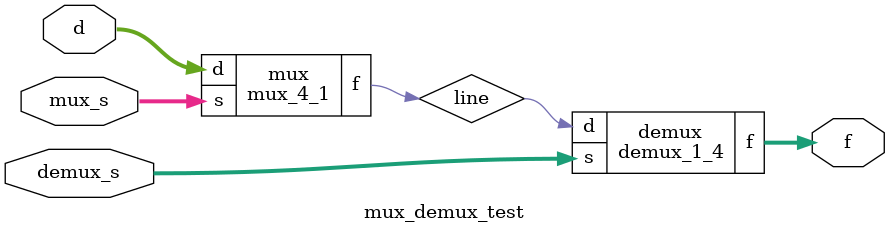
<source format=v>
`timescale 1ns / 1ps

   
   module mux_2_1(
            input [1:0] d,
            input s,
            output f);
            
            assign f =s ? d[1] :d[0];
            
   endmodule  
   
   
      ///////////////////////////////////////////////////////////////////////////////////////////////////////////////////////////////////////////////////////
   // ¸ÖÆ¼ÇÃ·º¼­4x1
   
   module mux_4_1(
            input [3:0] d,
            input [1:0] s, //sÀÇ °ª¿¡ µû¶ó Ãâ·ÂµÇ´Â dÀÇ ºñÆ®°¡ ´Þ¶óÁü
            output f);
            
            assign f = d[s];
            
   endmodule  
   
         ///////////////////////////////////////////////////////////////////////////////////////////////////////////////////////////////////////////////////////
   // ¸ÖÆ¼ÇÃ·º¼­8x1
   
   module mux_8_1(
            input [7:0] d,
            input [2:0] s, //sÀÇ °ª¿¡ µû¶ó Ãâ·ÂµÇ´Â dÀÇ ºñÆ®°¡ ´Þ¶óÁü
            output f);
            
            assign f = d[s];
            
   endmodule  
   
 ///////////////////////////////////////////////////////////////////////////////////////////////////////////////////////////////////////////////////////
   // µð¸ÖÆ¼ÇÃ·º¼­1x4
   
   module demux_1_4(
            input d,
            input [1:0] s,
            output [3:0] f);
            
            assign f = (s==2'b00) ? {3'd000, d} : 
                             ((s==2'b01) ? {2'b00, d, 1'b0} :
                             ((s==2'b10) ? {1'b0, d, 2'b00} :{d,3'b000}));
                                                
   endmodule
   
   
///////////////////////////////////////////////////////////////////////////////////////////////////////////////////////////////////////////////////////
   // ¸ÖÆ¼ÇÃ·º¼­ +µð¸ÖÆ¼ÇÃ·º¼­ (¸ÖÆ¼ÇÃ·º¼­)
   
   module mux_demux_test(
                input [3:0] d,
                input [1:0] mux_s, demux_s,
                output [3:0] f);
              
              wire line;
              
              mux_4_1 mux(.d(d), .s(mux_s), .f(line));
              demux_1_4 demux(.d(line), .s(demux_s), .f(f));
  
  endmodule

</source>
